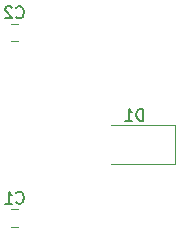
<source format=gbr>
%TF.GenerationSoftware,KiCad,Pcbnew,6.0.10+dfsg-1~bpo11+1*%
%TF.CreationDate,2023-02-12T02:56:33+00:00*%
%TF.ProjectId,ISO11446PWR01,49534f31-3134-4343-9650-575230312e6b,rev?*%
%TF.SameCoordinates,Original*%
%TF.FileFunction,Legend,Bot*%
%TF.FilePolarity,Positive*%
%FSLAX46Y46*%
G04 Gerber Fmt 4.6, Leading zero omitted, Abs format (unit mm)*
G04 Created by KiCad (PCBNEW 6.0.10+dfsg-1~bpo11+1) date 2023-02-12 02:56:33*
%MOMM*%
%LPD*%
G01*
G04 APERTURE LIST*
%ADD10C,0.150000*%
%ADD11C,0.120000*%
G04 APERTURE END LIST*
D10*
%TO.C,C1*%
X10326666Y11482858D02*
X10374285Y11435239D01*
X10517142Y11387620D01*
X10612380Y11387620D01*
X10755238Y11435239D01*
X10850476Y11530477D01*
X10898095Y11625715D01*
X10945714Y11816191D01*
X10945714Y11959048D01*
X10898095Y12149524D01*
X10850476Y12244762D01*
X10755238Y12340000D01*
X10612380Y12387620D01*
X10517142Y12387620D01*
X10374285Y12340000D01*
X10326666Y12292381D01*
X9374285Y11387620D02*
X9945714Y11387620D01*
X9660000Y11387620D02*
X9660000Y12387620D01*
X9755238Y12244762D01*
X9850476Y12149524D01*
X9945714Y12101905D01*
%TO.C,D1*%
X21058095Y18415480D02*
X21058095Y19415480D01*
X20820000Y19415480D01*
X20677142Y19367860D01*
X20581904Y19272622D01*
X20534285Y19177384D01*
X20486666Y18986908D01*
X20486666Y18844051D01*
X20534285Y18653575D01*
X20581904Y18558337D01*
X20677142Y18463099D01*
X20820000Y18415480D01*
X21058095Y18415480D01*
X19534285Y18415480D02*
X20105714Y18415480D01*
X19820000Y18415480D02*
X19820000Y19415480D01*
X19915238Y19272622D01*
X20010476Y19177384D01*
X20105714Y19129765D01*
%TO.C,C2*%
X10326666Y27172858D02*
X10374285Y27125239D01*
X10517142Y27077620D01*
X10612380Y27077620D01*
X10755238Y27125239D01*
X10850476Y27220477D01*
X10898095Y27315715D01*
X10945714Y27506191D01*
X10945714Y27649048D01*
X10898095Y27839524D01*
X10850476Y27934762D01*
X10755238Y28030000D01*
X10612380Y28077620D01*
X10517142Y28077620D01*
X10374285Y28030000D01*
X10326666Y27982381D01*
X9945714Y27982381D02*
X9898095Y28030000D01*
X9802857Y28077620D01*
X9564761Y28077620D01*
X9469523Y28030000D01*
X9421904Y27982381D01*
X9374285Y27887143D01*
X9374285Y27791905D01*
X9421904Y27649048D01*
X9993333Y27077620D01*
X9374285Y27077620D01*
D11*
%TO.C,C1*%
X10421252Y9425000D02*
X9898748Y9425000D01*
X10421252Y10895000D02*
X9898748Y10895000D01*
%TO.C,D1*%
X23720000Y18017860D02*
X23720000Y14717860D01*
X23720000Y18017860D02*
X18320000Y18017860D01*
X23720000Y14717860D02*
X18320000Y14717860D01*
%TO.C,C2*%
X10421252Y25115000D02*
X9898748Y25115000D01*
X10421252Y26585000D02*
X9898748Y26585000D01*
%TD*%
M02*

</source>
